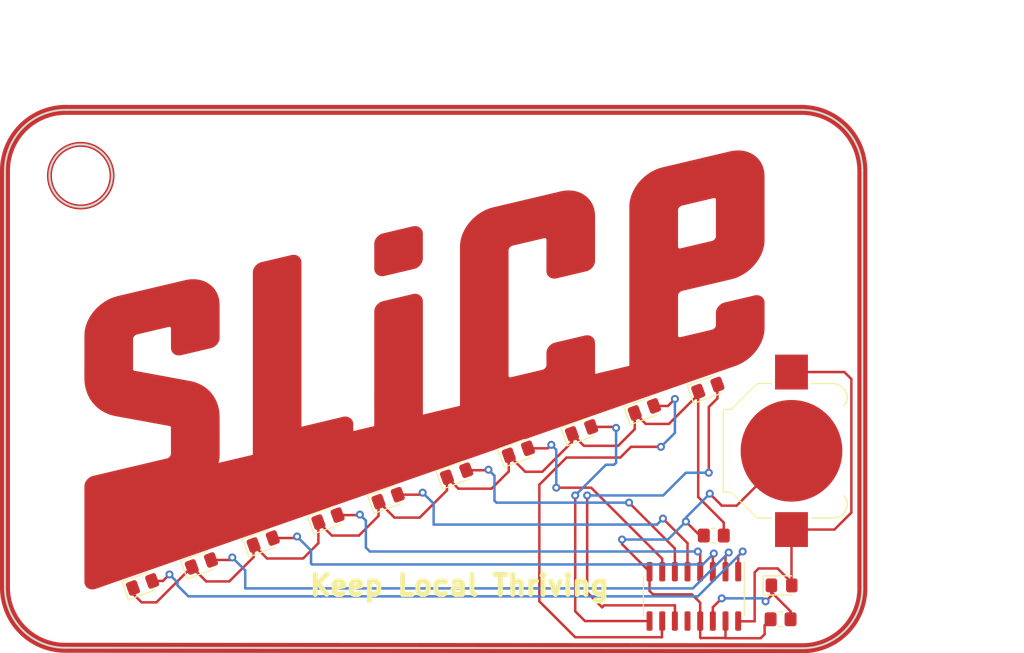
<source format=kicad_pcb>
(kicad_pcb (version 20211014) (generator pcbnew)
  (layers (0 "F.Cu" signal) (31 "B.Cu" signal) (34 "B.Paste" user) (35 "F.Paste" user) (36 "B.SilkS" user "B.Silkscreen") (37 "F.SilkS" user "F.Silkscreen") (38 "B.Mask" user) (39 "F.Mask" user) (44 "Edge.Cuts" user))
  (net 0 "")
  (net 1 "VCC")
  (net 2 "GND")
  (net 3 "LED_RGB")
  (net 4 "Net-(D10-Pad1)")
  (net 5 "LED1")
  (net 6 "LED2")
  (net 7 "LED3")
  (net 8 "LED4")
  (net 9 "LED5")
  (net 10 "LED6")
  (net 11 "LED7")
  (net 12 "LED9")
  (net 13 "LED10")
  (net 14 "LED11")
  (footprint "LED_SMD:LED_0805_2012Metric_Pad1.15x1.40mm_HandSolder" (layer "F.Cu") (at 97 125.2 20)
    (fp_text reference "D2" hide)
    (fp_text value "LED")
  )
  (footprint "Resistor_SMD:R_0805_2012Metric_Pad1.20x1.40mm_HandSolder" (layer "F.Cu") (at 161 128.7)
    (fp_text reference "R1" hide)
    (fp_text value "470")
  )
  (footprint "LED_SMD:LED_0805_2012Metric_Pad1.15x1.40mm_HandSolder" (layer "F.Cu") (at 153.7 105.5 20)
    (fp_text reference "D11" hide)
    (fp_text value "LED")
  )
  (footprint "LED_SMD:LED_0805_2012Metric_Pad1.15x1.40mm_HandSolder" (layer "F.Cu") (at 121.636815 116.550571 20)
    (fp_text reference "D6" hide)
    (fp_text value "LED")
  )
  (footprint "LED_SMD:LED_0805_2012Metric_Pad1.15x1.40mm_HandSolder" (layer "F.Cu") (at 141.036815 109.750571 20)
    (fp_text reference "D9" hide)
    (fp_text value "LED")
  )
  (footprint "Battery:BatteryHolder_Keystone_3000_1x12mm" (layer "F.Cu") (at 162.095 111.8 90)
    (fp_text reference "BT1" hide)
    (fp_text value "Battery_Cell")
  )
  (footprint "Package_SO:SOIC-16_3.9x9.9mm_P1.27mm" (layer "F.Cu") (at 152.3 126.4 -90)
    (fp_text reference "U1" hide)
    (fp_text value "4017")
  )
  (footprint "LED_SMD:LED_0805_2012Metric_Pad1.15x1.40mm_HandSolder" (layer "F.Cu") (at 115.6 118.6 20)
    (fp_text reference "D5" hide)
    (fp_text value "LED")
  )
  (footprint "LED_SMD:LED_0805_2012Metric_Pad1.15x1.40mm_HandSolder" (layer "F.Cu") (at 102.9 123.1 20)
    (fp_text reference "D3" hide)
    (fp_text value "LED")
  )
  (footprint "Resistor_SMD:R_0805_2012Metric_Pad1.20x1.40mm_HandSolder" (layer "F.Cu") (at 154.3 120.3)
    (fp_text reference "R2" hide)
    (fp_text value "470")
  )
  (footprint "LED_SMD:LED_0805_2012Metric_Pad1.15x1.40mm_HandSolder" (layer "F.Cu") (at 109.1 120.9 20)
    (fp_text reference "D4" hide)
    (fp_text value "LED")
  )
  (footprint "LED_SMD:LED_0805_2012Metric_Pad1.15x1.40mm_HandSolder" (layer "F.Cu") (at 128.5 114.1 20)
    (fp_text reference "D7" hide)
    (fp_text value "LED")
  )
  (footprint "LED_SMD:LED_0805_2012Metric_Pad1.15x1.40mm_HandSolder" (layer "F.Cu") (at 161.1 125.3)
    (fp_text reference "D1" hide)
    (fp_text value "LED")
  )
  (footprint "LED_SMD:LED_0805_2012Metric_Pad1.15x1.40mm_HandSolder" (layer "F.Cu") (at 147.336815 107.650571 20)
    (fp_text reference "D10" hide)
    (fp_text value "LED")
  )
  (footprint "LED_SMD:LED_0805_2012Metric_Pad1.15x1.40mm_HandSolder" (layer "F.Cu") (at 134.7 111.9 20)
    (fp_text reference "D8" hide)
    (fp_text value "LED")
  )
  (gr_poly (pts (xy 156.874106 81.919762) (xy 157.017821 81.92959) (xy 157.159056 81.946471) (xy 157.297596 81.970379) (xy 157.433227 82.001287) (xy 157.565735 82.039168) (xy 157.694906 82.083995) (xy 157.820526 82.135741) (xy 157.942381 82.19438) (xy 158.060255 82.259885) (xy 158.173936 82.332229) (xy 158.287717 82.414456) (xy 158.394829 82.502616) (xy 158.495179 82.596524) (xy 158.588674 82.695994) (xy 158.675223 82.800841) (xy 158.754732 82.91088) (xy 158.827108 83.025926) (xy 158.892259 83.145793) (xy 158.950092 83.270296) (xy 159.000515 83.399249) (xy 159.043435 83.532468) (xy 159.078759 83.669767) (xy 159.106395 83.81096) (xy 159.126249 83.955863) (xy 159.13823 84.10429) (xy 159.142244 84.256056) (xy 159.144441 90.639601) (xy 159.140345 90.793106) (xy 159.12819 90.946539) (xy 159.108175 91.099665) (xy 159.080499 91.25225) (xy 159.045361 91.404059) (xy 159.002959 91.554856) (xy 158.953493 91.704406) (xy 158.897161 91.852475) (xy 158.834163 91.998828) (xy 158.764696 92.143229) (xy 158.607157 92.425238) (xy 158.426133 92.696623) (xy 158.223217 92.955503) (xy 158 93.2) (xy 157.758073 93.428233) (xy 157.499027 93.638323) (xy 157.224455 93.828391) (xy 156.935946 93.996556) (xy 156.786963 94.071838) (xy 156.635092 94.14094) (xy 156.480534 94.203626) (xy 156.323486 94.259662) (xy 156.164147 94.308813) (xy 156.002717 94.350843) (xy 151.063249 95.517713) (xy 151.032406 95.526097) (xy 151.001961 95.535805) (xy 150.971951 95.546794) (xy 150.942414 95.559021) (xy 150.913389 95.572444) (xy 150.884913 95.587018) (xy 150.857026 95.602703) (xy 150.829765 95.619453) (xy 150.803168 95.637228) (xy 150.777273 95.655983) (xy 150.727745 95.696265) (xy 150.681484 95.739955) (xy 150.638796 95.786711) (xy 150.599987 95.836188) (xy 150.582132 95.861841) (xy 150.565362 95.888045) (xy 150.549714 95.914759) (xy 150.535226 95.941938) (xy 150.521937 95.969541) (xy 150.509885 95.997524) (xy 150.499107 96.025845) (xy 150.489643 96.05446) (xy 150.48153 96.083326) (xy 150.474807 96.112402) (xy 150.469511 96.141643) (xy 150.465681 96.171007) (xy 150.463355 96.200451) (xy 150.462571 96.229933) (xy 150.462571 100.231) (xy 150.463317 100.258968) (xy 150.465538 100.286303) (xy 150.469207 100.312969) (xy 150.4743 100.338929) (xy 150.480792 100.364146) (xy 150.488656 100.388583) (xy 150.497867 100.412206) (xy 150.5084 100.434976) (xy 150.52023 100.456857) (xy 150.53333 100.477813) (xy 150.547676 100.497807) (xy 150.563241 100.516803) (xy 150.580001 100.534764) (xy 150.59793 100.551654) (xy 150.617003 100.567436) (xy 150.637193 100.582074) (xy 150.65749 100.595157) (xy 150.678582 100.60695) (xy 150.700429 100.617454) (xy 150.722992 100.62667) (xy 150.746229 100.634597) (xy 150.770101 100.641237) (xy 150.794568 100.64659) (xy 150.81959 100.650655) (xy 150.845126 100.653433) (xy 150.871136 100.654925) (xy 150.89758 100.655131) (xy 150.924418 100.654052) (xy 150.95161 100.651687) (xy 150.979115 100.648037) (xy 151.006894 100.643102) (xy 151.034906 100.636884) (xy 154.1643 99.897229) (xy 154.195223 99.888845) (xy 154.225738 99.879137) (xy 154.255808 99.868149) (xy 154.285396 99.855921) (xy 154.314464 99.842499) (xy 154.342973 99.827924) (xy 154.370887 99.81224) (xy 154.398167 99.795489) (xy 154.424777 99.777715) (xy 154.450678 99.758959) (xy 154.500204 99.718678) (xy 154.546442 99.674988) (xy 154.589093 99.628232) (xy 154.627855 99.578754) (xy 154.645684 99.553102) (xy 154.662427 99.526897) (xy 154.678047 99.500184) (xy 154.692506 99.473004) (xy 154.705767 99.445401) (xy 154.717792 99.417418) (xy 154.728544 99.389098) (xy 154.737984 99.360483) (xy 154.746075 99.331616) (xy 154.75278 99.302541) (xy 154.75806 99.2733) (xy 154.761878 99.243936) (xy 154.764197 99.214491) (xy 154.764978 99.18501) (xy 154.763871 97.969464) (xy 154.764764 97.936029) (xy 154.767414 97.902612) (xy 154.771776 97.869265) (xy 154.777809 97.836039) (xy 154.785468 97.802985) (xy 154.79471 97.770154) (xy 154.805492 97.737598) (xy 154.817771 97.705367) (xy 154.831503 97.673512) (xy 154.846644 97.642084) (xy 154.880983 97.580715) (xy 154.92044 97.521669) (xy 154.96467 97.465353) (xy 155.013324 97.412176) (xy 155.066056 97.362547) (xy 155.122519 97.316875) (xy 155.182367 97.275567) (xy 155.245252 97.239032) (xy 155.277725 97.222683) (xy 155.310828 97.20768) (xy 155.344516 97.194074) (xy 155.378747 97.181917) (xy 155.413477 97.17126) (xy 155.448663 97.162153) (xy 158.430124 96.457228) (xy 158.464656 96.449499) (xy 158.498967 96.443481) (xy 158.533005 96.439158) (xy 158.566719 96.436515) (xy 158.600059 96.435538) (xy 158.632972 96.436211) (xy 158.665409 96.43852) (xy 158.697318 96.44245) (xy 158.728649 96.447985) (xy 158.759351 96.455111) (xy 158.789372 96.463813) (xy 158.818662 96.474076) (xy 158.84717 96.485885) (xy 158.874845 96.499225) (xy 158.901635 96.514082) (xy 158.927491 96.530439) (xy 158.953149 96.548922) (xy 158.977306 96.568717) (xy 158.999942 96.589782) (xy 159.021034 96.612075) (xy 159.040563 96.635554) (xy 159.058506 96.660178) (xy 159.074841 96.685904) (xy 159.089548 96.71269) (xy 159.102605 96.740495) (xy 159.113991 96.769277) (xy 159.123684 96.798993) (xy 159.131662 96.829602) (xy 159.137905 96.861062) (xy 159.142391 96.893331) (xy 159.145098 96.926366) (xy 159.146005 96.960127) (xy 159.145494 96.960798) (xy 159.145494 99.452466) (xy 159.141917 99.597747) (xy 159.13129 99.742907) (xy 159.113762 99.887754) (xy 159.089487 100.032095) (xy 159.058616 100.175737) (xy 159.0213 100.318487) (xy 158.977691 100.460152) (xy 158.927941 100.60054) (xy 158.810626 100.876711) (xy 158.670568 101.145459) (xy 158.508981 101.40524) (xy 158.327078 101.654511) (xy 158.126075 101.891732) (xy 157.907184 102.115357) (xy 157.67162 102.323846) (xy 157.420596 102.515656) (xy 157.155327 102.689243) (xy 156.877027 102.843066) (xy 156.586909 102.975582) (xy 156.437798 103.033368) (xy 156.286187 103.085248) (xy 92.211809 125.411052) (xy 92.201523 125.414718) (xy 92.191238 125.418235) (xy 92.170667 125.424983) (xy 92.150095 125.431617) (xy 92.129524 125.438456) (xy 92.108676 125.442104) (xy 92.087367 125.445493) (xy 92.065737 125.448552) (xy 92.043925 125.451213) (xy 92.022069 125.453404) (xy 92.00031 125.455056) (xy 91.978787 125.456099) (xy 91.957639 125.456462) (xy 91.935121 125.456037) (xy 91.912833 125.454777) (xy 91.890791 125.452705) (xy 91.869012 125.449844) (xy 91.847511 125.446217) (xy 91.826305 125.441846) (xy 91.80541 125.436754) (xy 91.784841 125.430964) (xy 91.764616 125.424499) (xy 91.744749 125.417382) (xy 91.725257 125.409635) (xy 91.706156 125.401281) (xy 91.687462 125.392344) (xy 91.669192 125.382845) (xy 91.651361 125.372807) (xy 91.633985 125.362254) (xy 91.608328 125.343595) (xy 91.584171 125.323648) (xy 91.561536 125.302453) (xy 91.540443 125.28005) (xy 91.520915 125.25648) (xy 91.502972 125.231782) (xy 91.486637 125.205996) (xy 91.47193 125.179164) (xy 91.458873 125.151324) (xy 91.447487 125.122518) (xy 91.437794 125.092784) (xy 91.429816 125.062164) (xy 91.423573 125.030698) (xy 91.419087 124.998425) (xy 91.41638 124.965386) (xy 91.415473 124.931621) (xy 91.415473 115.365458) (xy 91.416366 115.332023) (xy 91.419015 115.298606) (xy 91.423378 115.265258) (xy 91.429411 115.232031) (xy 91.43707 115.198975) (xy 91.446312 115.166142) (xy 91.457094 115.133582) (xy 91.469373 115.101346) (xy 91.483105 115.069485) (xy 91.498246 115.03805) (xy 91.532585 114.97666) (xy 91.572042 114.917585) (xy 91.616272 114.861232) (xy 91.664926 114.808007) (xy 91.717658 114.758317) (xy 91.774122 114.712571) (xy 91.833969 114.671174) (xy 91.896855 114.634535) (xy 91.929328 114.618126) (xy 91.962431 114.603059) (xy 91.996119 114.589386) (xy 92.03035 114.577156) (xy 92.065081 114.566421) (xy 92.100267 114.557231) (xy 99.500049 112.808057) (xy 99.530803 112.80047) (xy 99.561155 112.791469) (xy 99.591068 112.781102) (xy 99.620503 112.769415) (xy 99.649423 112.756456) (xy 99.677791 112.742273) (xy 99.705569 112.726914) (xy 99.732718 112.710425) (xy 99.759202 112.692854) (xy 99.784983 112.67425) (xy 99.810022 112.654658) (xy 99.834283 112.634128) (xy 99.857728 112.612706) (xy 99.880319 112.59044) (xy 99.922788 112.543565) (xy 99.96139 112.493884) (xy 99.979146 112.46811) (xy 99.995822 112.441776) (xy 100.01138 112.414932) (xy 100.025783 112.387623) (xy 100.038994 112.359898) (xy 100.050973 112.331804) (xy 100.061685 112.303388) (xy 100.07109 112.274699) (xy 100.079152 112.245783) (xy 100.085832 112.216688) (xy 100.091094 112.187461) (xy 100.094898 112.158151) (xy 100.097209 112.128805) (xy 100.097987 112.099469) (xy 100.094987 109.485181) (xy 100.093531 109.445727) (xy 100.089209 109.407652) (xy 100.085994 109.389159) (xy 100.08209 109.371046) (xy 100.077503 109.353324) (xy 100.072244 109.336003) (xy 100.066321 109.319097) (xy 100.059741 109.302615) (xy 100.052515 109.286571) (xy 100.044651 109.270975) (xy 100.036157 109.255839) (xy 100.027043 109.241175) (xy 100.017317 109.226994) (xy 100.006987 109.213307) (xy 99.996063 109.200127) (xy 99.984552 109.187464) (xy 99.972465 109.175331) (xy 99.959809 109.163739) (xy 99.946593 109.152699) (xy 99.932826 109.142223) (xy 99.918517 109.132323) (xy 99.903674 109.12301) (xy 99.888306 109.114295) (xy 99.872422 109.106191) (xy 99.85603 109.098708) (xy 99.839139 109.091859) (xy 99.821759 109.085655) (xy 99.803897 109.080107) (xy 99.785562 109.075227) (xy 99.766763 109.071027) (xy 94.3036 108.070355) (xy 94.140814 108.034534) (xy 93.981762 107.992629) (xy 93.826538 107.944758) (xy 93.675235 107.891038) (xy 93.527949 107.831585) (xy 93.384772 107.766516) (xy 93.245799 107.695947) (xy 93.111124 107.619994) (xy 92.980841 107.538775) (xy 92.855044 107.452406) (xy 92.733827 107.361003) (xy 92.617285 107.264684) (xy 92.50551 107.163565) (xy 92.398598 107.057761) (xy 92.296642 106.947391) (xy 92.199737 106.83257) (xy 92.107976 106.713415) (xy 92.021453 106.590043) (xy 91.940263 106.46257) (xy 91.8645 106.331113) (xy 91.794257 106.195789) (xy 91.729628 106.056713) (xy 91.670709 105.914003) (xy 91.617592 105.767776) (xy 91.570372 105.618147) (xy 91.529143 105.465233) (xy 91.493999 105.309151) (xy 91.465033 105.150018) (xy 91.442341 104.98795) (xy 91.426016 104.823064) (xy 91.416152 104.655476) (xy 91.412843 104.485303) (xy 91.415122 100.236585) (xy 91.419218 100.083072) (xy 91.431373 99.929631) (xy 91.451388 99.776498) (xy 91.479064 99.623908) (xy 91.514203 99.472094) (xy 91.556605 99.321292) (xy 91.606071 99.171737) (xy 91.662403 99.023663) (xy 91.725401 98.877306) (xy 91.794867 98.732899) (xy 91.952407 98.450878) (xy 92.133431 98.179479) (xy 92.336347 97.920579) (xy 92.559565 97.676059) (xy 92.801492 97.447795) (xy 93.060539 97.237666) (xy 93.335112 97.04755) (xy 93.623621 96.879327) (xy 93.772605 96.804012) (xy 93.924475 96.734874) (xy 94.079034 96.672149) (xy 94.236082 96.61607) (xy 94.395421 96.566874) (xy 94.556852 96.524794) (xy 101.307863 94.92909) (xy 101.462114 94.896165) (xy 101.615132 94.87042) (xy 101.766706 94.851832) (xy 101.916628 94.840379) (xy 102.064687 94.836037) (xy 102.210675 94.838782) (xy 102.354382 94.848592) (xy 102.495599 94.865442) (xy 102.634115 94.889311) (xy 102.769722 94.920173) (xy 102.90221 94.958007) (xy 103.03137 95.002789) (xy 103.156992 95.054495) (xy 103.278867 95.113103) (xy 103.396785 95.178588) (xy 103.510537 95.250929) (xy 103.624318 95.333162) (xy 103.73143 95.421337) (xy 103.83178 95.515268) (xy 103.925276 95.614767) (xy 104.011825 95.719646) (xy 104.091333 95.829717) (xy 104.16371 95.944794) (xy 104.228861 96.064688) (xy 104.286695 96.189211) (xy 104.337118 96.318177) (xy 104.380038 96.451398) (xy 104.415362 96.588686) (xy 104.442998 96.729853) (xy 104.462852 96.874713) (xy 104.474833 97.023076) (xy 104.478847 97.174757) (xy 104.480035 100.45271) (xy 104.479142 100.486065) (xy 104.476493 100.519412) (xy 104.472131 100.552699) (xy 104.4661 100.585875) (xy 104.458442 100.618888) (xy 104.449202 100.651686) (xy 104.438424 100.68422) (xy 104.42615 100.716436) (xy 104.412425 100.748285) (xy 104.397291 100.779713) (xy 104.362972 100.841106) (xy 104.323543 100.900203) (xy 104.279352 100.956593) (xy 104.230746 101.009866) (xy 104.178075 101.05961) (xy 104.121685 101.105414) (xy 104.061926 101.146866) (xy 103.999145 101.183555) (xy 103.966731 101.199986) (xy 103.933692 101.215072) (xy 103.900071 101.228761) (xy 103.865913 101.241003) (xy 103.83126 101.251745) (xy 103.796157 101.260938) (xy 100.814796 101.964948) (xy 100.780283 101.972676) (xy 100.746029 101.978695) (xy 100.712081 101.983018) (xy 100.678484 101.985661) (xy 100.645283 101.986638) (xy 100.612524 101.985964) (xy 100.580252 101.983655) (xy 100.548513 101.979726) (xy 100.517353 101.97419) (xy 100.486817 101.967064) (xy 100.456951 101.958362) (xy 100.427799 101.948099) (xy 100.399409 101.93629) (xy 100.371825 101.92295) (xy 100.345092 101.908094) (xy 100.319257 101.891736) (xy 100.293448 101.873253) (xy 100.269179 101.853457) (xy 100.257627 101.843079) (xy 100.246466 101.832387) (xy 100.235698 101.821388) (xy 100.225327 101.810086) (xy 100.205779 101.786592) (xy 100.187839 101.761948) (xy 100.171526 101.736192) (xy 100.156856 101.709367) (xy 100.143847 101.681512) (xy 100.132516 101.652667) (xy 100.122881 101.622875) (xy 100.114959 101.592174) (xy 100.108766 101.560606) (xy 100.104322 101.528211) (xy 100.101642 101.49503) (xy 100.100745 101.461102) (xy 100.100745 99.547132) (xy 100.1 99.519163) (xy 100.097781 99.491827) (xy 100.094116 99.465159) (xy 100.089031 99.439193) (xy 100.082554 99.413964) (xy 100.07471 99.389508) (xy 100.065527 99.365859) (xy 100.055031 99.343053) (xy 100.043249 99.321124) (xy 100.030209 99.300108) (xy 100.015936 99.28004) (xy 100.000458 99.260955) (xy 99.983801 99.242887) (xy 99.965992 99.225872) (xy 99.947058 99.209946) (xy 99.927026 99.195142) (xy 99.906597 99.182059) (xy 99.885447 99.170266) (xy 99.863604 99.159762) (xy 99.841095 99.150546) (xy 99.817949 99.142618) (xy 99.794193 99.135979) (xy 99.769857 99.130626) (xy 99.744968 99.126561) (xy 99.719554 99.123783) (xy 99.693642 99.122291) (xy 99.667263 99.122085) (xy 99.640442 99.123164) (xy 99.613209 99.125529) (xy 99.585592 99.129179) (xy 99.557618 99.134113) (xy 99.529315 99.140332) (xy 96.39993 99.879987) (xy 96.369085 99.888371) (xy 96.338632 99.898078) (xy 96.30861 99.909067) (xy 96.279056 99.921294) (xy 96.250011 99.934717) (xy 96.221511 99.949292) (xy 96.193596 99.964976) (xy 96.166304 99.981727) (xy 96.139674 99.999501) (xy 96.113743 100.018256) (xy 96.064137 100.058538) (xy 96.017794 100.102228) (xy 95.97502 100.148984) (xy 95.936126 100.198462) (xy 95.918229 100.224114) (xy 95.901418 100.250319) (xy 95.88573 100.277032) (xy 95.871204 100.304212) (xy 95.857879 100.331814) (xy 95.845794 100.359797) (xy 95.834986 100.388118) (xy 95.825494 100.416733) (xy 95.817356 100.4456) (xy 95.810612 100.474675) (xy 95.8053 100.503916) (xy 95.801457 100.53328) (xy 95.799124 100.562725) (xy 95.798337 100.592206) (xy 95.798337 103.595136) (xy 95.799794 103.634755) (xy 95.804116 103.672976) (xy 95.80733 103.691533) (xy 95.811235 103.709706) (xy 95.815821 103.727484) (xy 95.82108 103.744855) (xy 95.827004 103.761809) (xy 95.833583 103.778332) (xy 95.840809 103.794416) (xy 95.848673 103.810047) (xy 95.857167 103.825214) (xy 95.866281 103.839907) (xy 95.876008 103.854113) (xy 95.886338 103.867822) (xy 95.897262 103.881021) (xy 95.908772 103.893701) (xy 95.92086 103.905848) (xy 95.933516 103.917453) (xy 95.946732 103.928503) (xy 95.960498 103.938987) (xy 95.974808 103.948894) (xy 95.989651 103.958212) (xy 96.005019 103.966931) (xy 96.020903 103.975038) (xy 96.037294 103.982522) (xy 96.054185 103.989372) (xy 96.071566 103.995577) (xy 96.089428 104.001125) (xy 96.107763 104.006005) (xy 96.126561 104.010205) (xy 101.606002 105.021771) (xy 101.767757 105.050982) (xy 101.925807 105.086252) (xy 102.080058 105.127472) (xy 102.230418 105.174533) (xy 102.376791 105.227323) (xy 102.519085 105.285734) (xy 102.657205 105.349656) (xy 102.791058 105.418978) (xy 102.92055 105.493591) (xy 103.045586 105.573385) (xy 103.166074 105.65825) (xy 103.281919 105.748076) (xy 103.393028 105.842754) (xy 103.499306 105.942173) (xy 103.600661 106.046224) (xy 103.696997 106.154798) (xy 103.788222 106.267783) (xy 103.874241 106.38507) (xy 103.95496 106.50655) (xy 104.030287 106.632112) (xy 104.100127 106.761647) (xy 104.164385 106.895044) (xy 104.222969 107.032195) (xy 104.275785 107.172989) (xy 104.322738 107.317316) (xy 104.363736 107.465066) (xy 104.398683 107.61613) (xy 104.427487 107.770398) (xy 104.450053 107.92776) (xy 104.466288 108.088106) (xy 104.476098 108.251325) (xy 104.479389 108.41731) (xy 104.483989 112.155316) (xy 104.483025 112.229653) (xy 104.480134 112.30419) (xy 104.475317 112.378913) (xy 104.468576 112.453808) (xy 104.459911 112.528862) (xy 104.449325 112.604061) (xy 104.436818 112.679391) (xy 104.422392 112.754838) (xy 104.406048 112.830388) (xy 104.387787 112.906028) (xy 104.367612 112.981744) (xy 104.345522 113.057521) (xy 104.32152 113.133347) (xy 104.295606 113.209207) (xy 104.267782 113.285087) (xy 104.23805 113.360974) (xy 108.310411 112.398602) (xy 108.310411 93.922193) (xy 108.311301 93.888758) (xy 108.313943 93.855341) (xy 108.318293 93.821994) (xy 108.324309 93.788768) (xy 108.331947 93.755714) (xy 108.341165 93.722883) (xy 108.351919 93.690327) (xy 108.364167 93.658095) (xy 108.377866 93.62624) (xy 108.392971 93.594813) (xy 108.427233 93.533444) (xy 108.466608 93.474397) (xy 108.510752 93.418081) (xy 108.55932 93.364905) (xy 108.61197 93.315276) (xy 108.668357 93.269603) (xy 108.728135 93.228295) (xy 108.790962 93.191761) (xy 108.823411 93.175411) (xy 108.856493 93.160408) (xy 108.890165 93.146802) (xy 108.924384 93.134645) (xy 108.959107 93.123988) (xy 108.994291 93.114881) (xy 111.97556 92.409071) (xy 112.010235 92.401342) (xy 112.044628 92.395324) (xy 112.078695 92.391001) (xy 112.112389 92.388358) (xy 112.145665 92.387381) (xy 112.178478 92.388054) (xy 112.210781 92.390363) (xy 112.242531 92.394293) (xy 112.27368 92.399828) (xy 112.304183 92.406954) (xy 112.333996 92.415656) (xy 112.363072 92.42592) (xy 112.391365 92.437729) (xy 112.418831 92.451069) (xy 112.445424 92.465925) (xy 112.471097 92.482283) (xy 112.496754 92.500775) (xy 112.520912 92.520598) (xy 112.543547 92.541704) (xy 112.56464 92.564047) (xy 112.584169 92.587583) (xy 112.602112 92.612264) (xy 112.618447 92.638045) (xy 112.633154 92.664881) (xy 112.646211 92.692724) (xy 112.657597 92.72153) (xy 112.66729 92.751252) (xy 112.675268 92.781845) (xy 112.681511 92.813262) (xy 112.685997 92.845457) (xy 112.688704 92.878385) (xy 112.689611 92.912001) (xy 112.689611 109.701032) (xy 117.173219 108.631879) (xy 117.208055 108.62415) (xy 117.24259 108.618132) (xy 117.276779 108.613809) (xy 117.310578 108.611166) (xy 117.343942 108.610189) (xy 117.376829 108.610862) (xy 117.409193 108.613171) (xy 117.44099 108.617101) (xy 117.472177 108.622636) (xy 117.502708 108.629762) (xy 117.532541 108.638464) (xy 117.56163 108.648727) (xy 117.589932 108.660536) (xy 117.617402 108.673877) (xy 117.643997 108.688733) (xy 117.669671 108.70509) (xy 117.695318 108.723749) (xy 117.719446 108.743697) (xy 117.742037 108.764892) (xy 117.763071 108.787294) (xy 117.78253 108.810865) (xy 117.800396 108.835563) (xy 117.816649 108.861348) (xy 117.831271 108.888181) (xy 117.844242 108.91602) (xy 117.855545 108.944827) (xy 117.86516 108.97456) (xy 117.87307 109.00518) (xy 117.879254 109.036647) (xy 117.883694 109.06892) (xy 117.886372 109.101959) (xy 117.887269 109.135724) (xy 117.890668 110.133466) (xy 120.488309 109.519086) (xy 120.490045 97.835462) (xy 120.490935 97.802026) (xy 120.493577 97.768609) (xy 120.497928 97.735261) (xy 120.503945 97.702035) (xy 120.511585 97.668979) (xy 120.520805 97.636146) (xy 120.531563 97.603586) (xy 120.543816 97.57135) (xy 120.55752 97.539489) (xy 120.572633 97.508053) (xy 120.606915 97.446664) (xy 120.646318 97.387589) (xy 120.6905 97.331236) (xy 120.739118 97.278011) (xy 120.791828 97.228321) (xy 120.848288 97.182575) (xy 120.908156 97.141178) (xy 120.971087 97.104539) (xy 121.003595 97.08813) (xy 121.036741 97.073064) (xy 121.070481 97.05939) (xy 121.104773 97.04716) (xy 121.139573 97.036425) (xy 121.17484 97.027235) (xy 124.156202 96.32234) (xy 124.190566 96.314611) (xy 124.22471 96.308593) (xy 124.258582 96.30427) (xy 124.292134 96.301627) (xy 124.325315 96.30065) (xy 124.358078 96.301323) (xy 124.390371 96.303632) (xy 124.422146 96.307562) (xy 124.453353 96.313097) (xy 124.483942 96.320223) (xy 124.513865 96.328926) (xy 124.543071 96.339189) (xy 124.57151 96.350998) (xy 124.599135 96.364338) (xy 124.625894 96.379194) (xy 124.651738 96.395552) (xy 124.677396 96.414034) (xy 124.701553 96.433829) (xy 124.724189 96.454894) (xy 124.745281 96.477188) (xy 124.76481 96.500667) (xy 124.782753 96.525292) (xy 124.799088 96.551019) (xy 124.813795 96.577806) (xy 124.826852 96.605613) (xy 124.838238 96.634397) (xy 124.847931 96.664115) (xy 124.855909 96.694727) (xy 124.862152 96.726191) (xy 124.866638 96.758463) (xy 124.869345 96.791504) (xy 124.870252 96.82527) (xy 124.871988 108.481) (xy 129.089998 107.484326) (xy 129.089998 91.330152) (xy 129.094094 91.1766) (xy 129.106249 91.023123) (xy 129.126265 90.869954) (xy 129.153943 90.71733) (xy 129.189084 90.565485) (xy 129.231488 90.414654) (xy 129.280957 90.265072) (xy 129.337292 90.116973) (xy 129.400294 89.970593) (xy 129.469763 89.826167) (xy 129.627311 89.544113) (xy 129.808343 89.272691) (xy 130.011267 89.013781) (xy 130.234493 88.76926) (xy 130.476429 88.541008) (xy 130.735483 88.330904) (xy 131.010063 88.140826) (xy 131.298578 87.972654) (xy 131.447564 87.89737) (xy 131.599436 87.828267) (xy 131.753997 87.765579) (xy 131.911046 87.709543) (xy 132.070386 87.660392) (xy 132.231817 87.618361) (xy 138.972696 86.024611) (xy 139.126645 85.991685) (xy 139.279438 85.965942) (xy 139.430856 85.947359) (xy 139.58068 85.935914) (xy 139.728693 85.931585) (xy 139.874676 85.934351) (xy 140.01841 85.944189) (xy 140.159678 85.961077) (xy 140.29826 85.984994) (xy 140.43394 86.015917) (xy 140.566498 86.053825) (xy 140.695716 86.098696) (xy 140.821375 86.150507) (xy 140.943258 86.209237) (xy 141.061146 86.274863) (xy 141.174821 86.347365) (xy 141.288602 86.429593) (xy 141.395714 86.517755) (xy 141.496064 86.611665) (xy 141.589559 86.711139) (xy 141.676108 86.81599) (xy 141.755617 86.926033) (xy 141.827993 87.041082) (xy 141.893144 87.160952) (xy 141.950977 87.285457) (xy 142.0014 87.414412) (xy 142.04432 87.547631) (xy 142.079644 87.684929) (xy 142.10728 87.826119) (xy 142.127134 87.971017) (xy 142.139115 88.119437) (xy 142.143129 88.271193) (xy 142.139726 92.742811) (xy 142.138833 92.776247) (xy 142.136184 92.809664) (xy 142.131821 92.843012) (xy 142.125789 92.876239) (xy 142.118129 92.909294) (xy 142.108887 92.942127) (xy 142.098105 92.974688) (xy 142.085826 93.006924) (xy 142.072095 93.038785) (xy 142.056953 93.07022) (xy 142.022615 93.131609) (xy 141.983157 93.190684) (xy 141.938928 93.247038) (xy 141.890274 93.300263) (xy 141.837542 93.349952) (xy 141.781078 93.395699) (xy 141.721231 93.437096) (xy 141.658345 93.473735) (xy 141.625872 93.490144) (xy 141.59277 93.50521) (xy 141.559081 93.518884) (xy 141.52485 93.531114) (xy 141.49012 93.541849) (xy 141.454934 93.551039) (xy 138.473573 94.255964) (xy 138.439061 94.263693) (xy 138.404808 94.269711) (xy 138.37086 94.274034) (xy 138.337263 94.276677) (xy 138.304063 94.277654) (xy 138.271304 94.276981) (xy 138.239032 94.274672) (xy 138.207294 94.270742) (xy 138.176134 94.265207) (xy 138.145598 94.258081) (xy 138.115731 94.249379) (xy 138.08658 94.239116) (xy 138.058189 94.227307) (xy 138.030604 94.213966) (xy 138.003872 94.19911) (xy 137.978036 94.182753) (xy 137.952379 94.164225) (xy 137.928222 94.144376) (xy 137.905586 94.123252) (xy 137.884493 94.100898) (xy 137.864965 94.077358) (xy 137.847022 94.052677) (xy 137.830686 94.026901) (xy 137.815979 94.000074) (xy 137.802922 93.972242) (xy 137.791537 93.943449) (xy 137.781844 93.91374) (xy 137.773865 93.883161) (xy 137.767623 93.851755) (xy 137.763137 93.819569) (xy 137.76043 93.786647) (xy 137.759523 93.753035) (xy 137.765725 90.644422) (xy 137.76498 90.616464) (xy 137.762759 90.589157) (xy 137.75909 90.562532) (xy 137.753997 90.536623) (xy 137.747505 90.511461) (xy 137.739641 90.48708) (xy 137.73043 90.463512) (xy 137.719897 90.44079) (xy 137.708067 90.418946) (xy 137.694967 90.398012) (xy 137.680621 90.378021) (xy 137.665056 90.359005) (xy 137.648296 90.340998) (xy 137.630367 90.324031) (xy 137.611294 90.308137) (xy 137.591104 90.293348) (xy 137.570817 90.280255) (xy 137.549751 90.268431) (xy 137.527944 90.257882) (xy 137.505432 90.248611) (xy 137.48225 90.240622) (xy 137.458434 90.23392) (xy 137.434022 90.228508) (xy 137.409048 90.22439) (xy 137.383549 90.221571) (xy 137.357562 90.220054) (xy 137.331121 90.219845) (xy 137.304265 90.220946) (xy 137.277027 90.223362) (xy 137.249446 90.227096) (xy 137.221556 90.232154) (xy 137.193395 90.238539) (xy 134.064012 90.978193) (xy 134.03317 90.986577) (xy 134.002724 90.996285) (xy 133.972714 91.007274) (xy 133.943178 91.019501) (xy 133.914153 91.032923) (xy 133.885677 91.047498) (xy 133.85779 91.063182) (xy 133.830529 91.079933) (xy 133.803932 91.097708) (xy 133.778037 91.116463) (xy 133.728508 91.156745) (xy 133.682247 91.200435) (xy 133.639559 91.24719) (xy 133.600749 91.296668) (xy 133.582894 91.322321) (xy 133.566123 91.348525) (xy 133.550475 91.375239) (xy 133.535987 91.402418) (xy 133.522697 91.430021) (xy 133.510645 91.458004) (xy 133.499867 91.486324) (xy 133.490403 91.514939) (xy 133.48229 91.543806) (xy 133.475566 91.572881) (xy 133.47027 91.602123) (xy 133.46644 91.631487) (xy 133.464114 91.660931) (xy 133.463331 91.690412) (xy 133.463331 104.249555) (xy 133.464076 104.277513) (xy 133.466295 104.304822) (xy 133.46996 104.331451) (xy 133.475045 104.357369) (xy 133.481523 104.382544) (xy 133.489366 104.406945) (xy 133.49855 104.430541) (xy 133.509045 104.453301) (xy 133.520827 104.475194) (xy 133.533868 104.496189) (xy 133.54814 104.516254) (xy 133.563619 104.535358) (xy 133.580276 104.55347) (xy 133.598085 104.570559) (xy 133.617019 104.586595) (xy 133.637052 104.601544) (xy 133.657339 104.614627) (xy 133.678404 104.62642) (xy 133.700211 104.636924) (xy 133.722724 104.64614) (xy 133.745906 104.654068) (xy 133.769721 104.660707) (xy 133.794134 104.66606) (xy 133.819108 104.670125) (xy 133.844607 104.672903) (xy 133.870594 104.674396) (xy 133.897034 104.674602) (xy 133.923891 104.673522) (xy 133.951128 104.671157) (xy 133.97871 104.667507) (xy 134.006599 104.662573) (xy 134.034761 104.656354) (xy 137.164171 103.916699) (xy 137.195013 103.908316) (xy 137.225458 103.898608) (xy 137.255468 103.88762) (xy 137.285005 103.875393) (xy 137.31403 103.861973) (xy 137.342505 103.847401) (xy 137.370392 103.83172) (xy 137.397653 103.814974) (xy 137.42425 103.797205) (xy 137.450144 103.778457) (xy 137.499673 103.738196) (xy 137.545934 103.694534) (xy 137.588622 103.647817) (xy 137.627431 103.598387) (xy 137.645286 103.572763) (xy 137.662057 103.546591) (xy 137.677705 103.519913) (xy 137.692193 103.492772) (xy 137.705482 103.465212) (xy 137.717534 103.437275) (xy 137.728312 103.409005) (xy 137.737776 103.380444) (xy 137.745889 103.351636) (xy 137.752612 103.322624) (xy 137.757908 103.293451) (xy 137.761738 103.26416) (xy 137.764064 103.234794) (xy 137.764848 103.205396) (xy 137.758645 101.991864) (xy 137.759538 101.958428) (xy 137.762188 101.925011) (xy 137.76655 101.891664) (xy 137.772583 101.858437) (xy 137.780242 101.825381) (xy 137.789484 101.792548) (xy 137.800266 101.759988) (xy 137.812545 101.727752) (xy 137.826277 101.695891) (xy 137.841418 101.664455) (xy 137.875757 101.603066) (xy 137.915214 101.543991) (xy 137.959443 101.487637) (xy 138.008098 101.434412) (xy 138.06083 101.384723) (xy 138.117293 101.338976) (xy 138.177141 101.29758) (xy 138.240026 101.26094) (xy 138.272499 101.244532) (xy 138.305601 101.229465) (xy 138.33929 101.215792) (xy 138.373521 101.203562) (xy 138.408251 101.192826) (xy 138.443437 101.183637) (xy 141.424798 100.479627) (xy 141.459321 100.471898) (xy 141.493601 100.465879) (xy 141.527589 100.461556) (xy 141.561237 100.458914) (xy 141.594493 100.457937) (xy 141.627309 100.45861) (xy 141.659635 100.460919) (xy 141.691421 100.464848) (xy 141.722618 100.470384) (xy 141.753176 100.47751) (xy 141.783046 100.486212) (xy 141.812178 100.496475) (xy 141.840522 100.508284) (xy 141.86803 100.521624) (xy 141.894651 100.536481) (xy 141.920335 100.552838) (xy 141.945992 100.571497) (xy 141.970149 100.591444) (xy 141.992785 100.612639) (xy 142.013878 100.635042) (xy 142.033407 100.658613) (xy 142.051349 100.683311) (xy 142.067685 100.709096) (xy 142.082392 100.735928) (xy 142.095449 100.763768) (xy 142.106835 100.792575) (xy 142.116527 100.822308) (xy 142.124506 100.852928) (xy 142.130749 100.884395) (xy 142.135234 100.916668) (xy 142.137941 100.949707) (xy 142.138849 100.983472) (xy 142.141649 104.402326) (xy 146.078431 103.471692) (xy 146.078431 91.325575) (xy 150.462159 91.325575) (xy 150.462905 91.353533) (xy 150.465126 91.380841) (xy 150.468795 91.407466) (xy 150.473888 91.433375) (xy 150.48038 91.458536) (xy 150.488244 91.482917) (xy 150.497455 91.506485) (xy 150.507988 91.529207) (xy 150.519818 91.551052) (xy 150.532918 91.571986) (xy 150.547264 91.591976) (xy 150.562829 91.610992) (xy 150.579589 91.628999) (xy 150.597518 91.645966) (xy 150.616591 91.66186) (xy 150.636781 91.676649) (xy 150.636766 91.676588) (xy 150.657062 91.68967) (xy 150.678154 91.701464) (xy 150.700002 91.711968) (xy 150.722564 91.721184) (xy 150.745802 91.729111) (xy 150.769674 91.735751) (xy 150.794141 91.741103) (xy 150.819163 91.745169) (xy 150.844699 91.747947) (xy 150.870709 91.749439) (xy 150.897153 91.749645) (xy 150.923991 91.748566) (xy 150.951182 91.746201) (xy 150.978688 91.742551) (xy 151.006466 91.737616) (xy 151.034478 91.731398) (xy 154.163865 90.992659) (xy 154.194788 90.984272) (xy 154.225303 90.974557) (xy 154.255374 90.963556) (xy 154.284961 90.951313) (xy 154.314029 90.937872) (xy 154.342538 90.923275) (xy 154.370452 90.907567) (xy 154.397733 90.89079) (xy 154.424342 90.872988) (xy 154.450243 90.854204) (xy 154.499769 90.813866) (xy 154.546008 90.770121) (xy 154.588659 90.723318) (xy 154.62742 90.673803) (xy 154.645249 90.648138) (xy 154.661992 90.621924) (xy 154.677612 90.595207) (xy 154.692071 90.568028) (xy 154.705332 90.540432) (xy 154.717357 90.512462) (xy 154.728109 90.484161) (xy 154.737549 90.455572) (xy 154.74564 90.42674) (xy 154.752345 90.397708) (xy 154.757625 90.368518) (xy 154.761443 90.339214) (xy 154.763762 90.30984) (xy 154.764543 90.280439) (xy 154.764543 86.625807) (xy 154.763797 86.597849) (xy 154.761577 86.57054) (xy 154.757907 86.54391) (xy 154.752814 86.517993) (xy 154.746323 86.492818) (xy 154.738458 86.468417) (xy 154.729247 86.444821) (xy 154.718714 86.42206) (xy 154.706885 86.400168) (xy 154.693784 86.379173) (xy 154.679439 86.359108) (xy 154.663873 86.340004) (xy 154.647113 86.321892) (xy 154.629184 86.304802) (xy 154.610112 86.288767) (xy 154.589921 86.273817) (xy 154.576048 86.265447) (xy 154.56186 86.25752) (xy 154.547368 86.250051) (xy 154.532578 86.243053) (xy 154.517499 86.23654) (xy 154.502138 86.230523) (xy 154.486505 86.225017) (xy 154.470606 86.220034) (xy 154.45445 86.215588) (xy 154.438046 86.211692) (xy 154.4214 86.20836) (xy 154.404522 86.205604) (xy 154.387418 86.203437) (xy 154.370098 86.201873) (xy 154.35257 86.200925) (xy 154.33484 86.200606) (xy 154.317609 86.200888) (xy 154.300207 86.201733) (xy 154.282636 86.20314) (xy 154.264894 86.205111) (xy 154.246982 86.207644) (xy 154.228899 86.210738) (xy 154.210647 86.214394) (xy 154.192224 86.218611) (xy 151.062837 86.958266) (xy 151.031994 86.96665) (xy 151.001549 86.976357) (xy 150.971538 86.987346) (xy 150.942002 86.999573) (xy 150.912977 87.012996) (xy 150.884501 87.027571) (xy 150.856614 87.043255) (xy 150.829353 87.060006) (xy 150.802756 87.07778) (xy 150.776861 87.096536) (xy 150.727333 87.136817) (xy 150.681072 87.180507) (xy 150.638384 87.227263) (xy 150.599575 87.276741) (xy 150.58172 87.302393) (xy 150.56495 87.328598) (xy 150.549302 87.355311) (xy 150.534814 87.382491) (xy 150.521525 87.410093) (xy 150.509473 87.438076) (xy 150.498695 87.466397) (xy 150.489231 87.495012) (xy 150.481118 87.523879) (xy 150.474395 87.552954) (xy 150.469099 87.582195) (xy 150.465269 87.611559) (xy 150.462943 87.641004) (xy 150.462159 87.670485) (xy 150.462159 91.325575) (xy 146.078431 91.325575) (xy 146.078431 87.317885) (xy 146.082529 87.16434) (xy 146.094688 87.010871) (xy 146.11471 86.857714) (xy 146.142396 86.705103) (xy 146.177546 86.553273) (xy 146.21996 86.402457) (xy 146.269441 86.252892) (xy 146.325789 86.104811) (xy 146.388804 85.958449) (xy 146.458287 85.81404) (xy 146.61586 85.532024) (xy 146.796916 85.260637) (xy 146.999861 85.001757) (xy 147.2231 84.757262) (xy 147.465041 84.529028) (xy 147.724088 84.318931) (xy 147.99865 84.12885) (xy 148.287131 83.960661) (xy 148.436093 83.885362) (xy 148.587938 83.816241) (xy 148.742465 83.753531) (xy 148.899477 83.697467) (xy 149.058773 83.648283) (xy 149.220155 83.606215) (xy 155.971719 82.010421) (xy 156.12582 81.977364) (xy 156.278725 81.951522) (xy 156.43022 81.932868) (xy 156.580091 81.921374) (xy 156.728125 81.917015)) (layer "F.Cu") (width 0.5) (fill solid))
  (gr_poly (pts (arc (start 163.2 131.6) (mid 167.44264 129.84264) (end 169.2 125.6)) (arc (start 169.2 83.682306) (mid 167.441395 79.416557) (end 163.2 77.6)) (arc (start 89.4 77.6) (mid 85.030678 79.3442) (end 83.2 83.678)) (arc (start 83.2 125.6) (mid 84.999892 129.817593) (end 89.24264 131.55736))) (layer "F.Cu") (width 1) (fill none))
  (gr_poly (pts (xy 124.358533 89.507256) (xy 124.390798 89.509565) (xy 124.422536 89.513495) (xy 124.453694 89.51903) (xy 124.484223 89.526156) (xy 124.514072 89.534859) (xy 124.54319 89.545122) (xy 124.571525 89.556931) (xy 124.599027 89.570271) (xy 124.625646 89.585127) (xy 124.65133 89.601485) (xy 124.676988 89.620144) (xy 124.701145 89.640091) (xy 124.72378 89.661286) (xy 124.744873 89.683688) (xy 124.764402 89.707259) (xy 124.782345 89.731957) (xy 124.79868 89.757742) (xy 124.813387 89.784574) (xy 124.826444 89.812414) (xy 124.83783 89.841221) (xy 124.847523 89.870954) (xy 124.855501 89.901574) (xy 124.861744 89.933041) (xy 124.86623 89.965314) (xy 124.868937 89.998353) (xy 124.869844 90.032118) (xy 124.869844 92.50395) (xy 124.868951 92.537386) (xy 124.866302 92.570803) (xy 124.861939 92.60415) (xy 124.855906 92.637377) (xy 124.848247 92.670433) (xy 124.839005 92.703266) (xy 124.828223 92.735826) (xy 124.815944 92.768063) (xy 124.802213 92.799924) (xy 124.787071 92.831359) (xy 124.752732 92.892748) (xy 124.713275 92.951823) (xy 124.669046 93.008177) (xy 124.620392 93.061402) (xy 124.567659 93.111091) (xy 124.511196 93.156838) (xy 124.451348 93.198234) (xy 124.388463 93.234874) (xy 124.35599 93.251282) (xy 124.322888 93.266349) (xy 124.289199 93.280023) (xy 124.254968 93.292253) (xy 124.220238 93.302988) (xy 124.185052 93.312178) (xy 121.20424 94.017103) (xy 121.193882 94.020273) (xy 121.183391 94.023046) (xy 121.172785 94.025451) (xy 121.162082 94.027513) (xy 121.151298 94.029258) (xy 121.140451 94.030713) (xy 121.129559 94.031904) (xy 121.118638 94.032858) (xy 121.096784 94.034159) (xy 121.075026 94.034827) (xy 121.032361 94.035109) (xy 121.009843 94.034683) (xy 120.987555 94.033424) (xy 120.965514 94.031352) (xy 120.943735 94.028491) (xy 120.922234 94.024864) (xy 120.901028 94.020493) (xy 120.880132 94.015401) (xy 120.859564 94.009611) (xy 120.839338 94.003146) (xy 120.819471 93.996029) (xy 120.799979 93.988282) (xy 120.780878 93.979928) (xy 120.762184 93.97099) (xy 120.743914 93.961491) (xy 120.726083 93.951454) (xy 120.708707 93.940901) (xy 120.68305 93.922383) (xy 120.658893 93.902562) (xy 120.636257 93.881479) (xy 120.615164 93.859175) (xy 120.595636 93.83569) (xy 120.577693 93.811067) (xy 120.561357 93.785345) (xy 120.54665 93.758566) (xy 120.533593 93.73077) (xy 120.522208 93.701999) (xy 120.512515 93.672294) (xy 120.504536 93.641695) (xy 120.498294 93.610243) (xy 120.493808 93.57798) (xy 120.491101 93.544946) (xy 120.490194 93.511183) (xy 120.490552 93.5128) (xy 120.490552 91.04051) (xy 120.491442 91.007155) (xy 120.494084 90.973808) (xy 120.498435 90.940521) (xy 120.504452 90.907346) (xy 120.512092 90.874333) (xy 120.521313 90.841534) (xy 120.53207 90.809) (xy 120.544323 90.776784) (xy 120.558027 90.744936) (xy 120.573141 90.713507) (xy 120.607422 90.652114) (xy 120.646825 90.593017) (xy 120.691007 90.536627) (xy 120.739624 90.483354) (xy 120.792334 90.43361) (xy 120.848794 90.387807) (xy 120.908661 90.346354) (xy 120.971593 90.309665) (xy 121.0041 90.293234) (xy 121.037246 90.278149) (xy 121.070985 90.264459) (xy 121.105277 90.252218) (xy 121.140077 90.241475) (xy 121.175344 90.232283) (xy 124.156705 89.528273) (xy 124.19107 89.520544) (xy 124.225211 89.514526) (xy 124.259079 89.510203) (xy 124.292623 89.50756) (xy 124.325791 89.506583)) (layer "F.Cu") (width 0.5) (fill solid))
  (gr_circle (center 90.8 84.2) (end 93.940064 84.2) (layer "F.Cu") (width 0.5) (fill none))
  (gr_line (start 169.2 83.682306) (end 169.2 125.6) (layer "Edge.Cuts") (width 0.2))
  (gr_line (start 163.2 131.6) (end 89.24264 131.55736) (layer "Edge.Cuts") (width 0.2))
  (gr_arc (start 83.2 83.678) (mid 85.030678 79.3442) (end 89.4 77.6) (layer "Edge.Cuts") (width 0.2))
  (gr_line (start 89.4 77.6) (end 163.2 77.6) (layer "Edge.Cuts") (width 0.2))
  (gr_line (start 83.2 125.6) (end 83.2 83.678) (layer "Edge.Cuts") (width 0.2))
  (gr_arc (start 89.24264 131.55736) (mid 84.999892 129.817593) (end 83.2 125.6) (layer "Edge.Cuts") (width 0.2))
  (gr_circle (center 90.8 84.2) (end 93.940064 84.2) (layer "Edge.Cuts") (width 0.2) (fill none))
  (gr_arc (start 163.2 77.6) (mid 167.441395 79.416557) (end 169.2 83.682306) (layer "Edge.Cuts") (width 0.2))
  (gr_arc (start 169.2 125.6) (mid 167.44264 129.84264) (end 163.2 131.6) (layer "Edge.Cuts") (width 0.2))
  (gr_text "Keep Local Thriving" (at 128.8 125.3) (layer "F.SilkS") (effects (font (size 2 2) (thickness 0.5))))
  (segment (start 158.4 128.9) (end 156.77 128.9) (width 0.25) (layer "F.Cu") (net 1))
  (segment (start 168.1 118) (end 166.4 119.7) (width 0.25) (layer "F.Cu") (net 1))
  (segment (start 168.1 104.6) (end 168.1 118) (width 0.25) (layer "F.Cu") (net 1))
  (segment (start 162.095 103.9) (end 167.4 103.9) (width 0.25) (layer "F.Cu") (net 1))
  (segment (start 166.4 119.7) (end 162.095 119.7) (width 0.25) (layer "F.Cu") (net 1))
  (segment (start 158.4 124) (end 158.4 128.9) (width 0.25) (layer "F.Cu") (net 1))
  (segment (start 160.7 123.6) (end 158.8 123.6) (width 0.25) (layer "F.Cu") (net 1))
  (segment (start 162.125 125.3) (end 162.125 125.025) (width 0.25) (layer "F.Cu") (net 1))
  (segment (start 162.125 125.3) (end 162.095 125.27) (width 0.25) (layer "F.Cu") (net 1))
  (segment (start 162.095 125.27) (end 162.095 119.7) (width 0.25) (layer "F.Cu") (net 1))
  (segment (start 156.77 128.9) (end 156.745 128.875) (width 0.25) (layer "F.Cu") (net 1))
  (segment (start 158.8 123.6) (end 158.4 124) (width 0.25) (layer "F.Cu") (net 1))
  (segment (start 162.125 125.025) (end 160.7 123.6) (width 0.25) (layer "F.Cu") (net 1))
  (segment (start 167.4 103.9) (end 168.1 104.6) (width 0.25) (layer "F.Cu") (net 1))
  (segment (start 155.5 130.6) (end 155.475 130.575) (width 0.25) (layer "F.Cu") (net 2))
  (segment (start 155.475 130.575) (end 155.475 128.875) (width 0.25) (layer "F.Cu") (net 2))
  (segment (start 145.1 121.17) (end 147.855 123.925) (width 0.25) (layer "F.Cu") (net 2))
  (segment (start 155.1 117.3) (end 153.9 116.1) (width 0.25) (layer "F.Cu") (net 2))
  (segment (start 152.935 130.535) (end 152.935 128.875) (width 0.25) (layer "F.Cu") (net 2))
  (segment (start 162.095 111.8) (end 156.595 117.3) (width 0.25) (layer "F.Cu") (net 2))
  (segment (start 152.935 127.035) (end 152.1 126.2) (width 0.25) (layer "F.Cu") (net 2))
  (segment (start 145.1 120.7) (end 145.1 121.17) (width 0.25) (layer "F.Cu") (net 2))
  (segment (start 153.3 120.3) (end 152.9 120.3) (width 0.25) (layer "F.Cu") (net 2))
  (segment (start 159 130.6) (end 155.5 130.6) (width 0.25) (layer "F.Cu") (net 2))
  (segment (start 152.935 128.875) (end 152.935 127.035) (width 0.25) (layer "F.Cu") (net 2))
  (segment (start 152.9 120.3) (end 151.5 118.9) (width 0.25) (layer "F.Cu") (net 2))
  (segment (start 159.4 129.3) (end 159.4 130.2) (width 0.25) (layer "F.Cu") (net 2))
  (segment (start 153 130.6) (end 152.935 130.535) (width 0.25) (layer "F.Cu") (net 2))
  (segment (start 153.025 130.575) (end 153 130.6) (width 0.25) (layer "F.Cu") (net 2))
  (segment (start 155.475 130.575) (end 153.025 130.575) (width 0.25) (layer "F.Cu") (net 2))
  (segment (start 156.595 117.3) (end 155.1 117.3) (width 0.25) (layer "F.Cu") (net 2))
  (segment (start 159.4 130.2) (end 159 130.6) (width 0.25) (layer "F.Cu") (net 2))
  (segment (start 160 128.7) (end 159.4 129.3) (width 0.25) (layer "F.Cu") (net 2))
  (segment (start 147.855 125.855) (end 147.855 123.925) (width 0.25) (layer "F.Cu") (net 2))
  (segment (start 152.1 126.2) (end 148.2 126.2) (width 0.25) (layer "F.Cu") (net 2))
  (segment (start 148.2 126.2) (end 147.855 125.855) (width 0.25) (layer "F.Cu") (net 2))
  (via (at 153.9 116.1) (size 0.8) (drill 0.4) (layers "F.Cu" "B.Cu") (net 2))
  (via (at 151.5 118.9) (size 0.8) (drill 0.4) (layers "F.Cu" "B.Cu") (net 2))
  (via (at 145.1 120.7) (size 0.8) (drill 0.4) (layers "F.Cu" "B.Cu") (net 2))
  (segment (start 151.5 118.5) (end 151.5 118.9) (width 0.25) (layer "B.Cu") (net 2))
  (segment (start 151.5 118.9) (end 149.7 120.7) (width 0.25) (layer "B.Cu") (net 2))
  (segment (start 149.7 120.7) (end 145.1 120.7) (width 0.25) (layer "B.Cu") (net 2))
  (segment (start 153.9 116.1) (end 151.5 118.5) (width 0.25) (layer "B.Cu") (net 2))
  (segment (start 162 128.7) (end 162 127.9) (width 0.25) (layer "F.Cu") (net 3))
  (segment (start 160.075 126.325) (end 159.5 126.9) (width 0.25) (layer "F.Cu") (net 3))
  (segment (start 154.205 127.495) (end 154.205 128.875) (width 0.25) (layer "F.Cu") (net 3))
  (segment (start 160.075 125.3) (end 160.075 126.325) (width 0.25) (layer "F.Cu") (net 3))
  (segment (start 162 127.9) (end 160.075 125.975) (width 0.25) (layer "F.Cu") (net 3))
  (segment (start 155.1 126.6) (end 154.205 127.495) (width 0.25) (layer "F.Cu") (net 3))
  (segment (start 160.075 125.975) (end 160.075 125.3) (width 0.25) (layer "F.Cu") (net 3))
  (via (at 159.5 126.9) (size 0.8) (drill 0.4) (layers "F.Cu" "B.Cu") (net 3))
  (via (at 155.1 126.6) (size 0.8) (drill 0.4) (layers "F.Cu" "B.Cu") (net 3))
  (segment (start 159.2 126.6) (end 155.1 126.6) (width 0.25) (layer "B.Cu") (net 3))
  (segment (start 159.5 126.9) (end 159.2 126.6) (width 0.25) (layer "B.Cu") (net 3))
  (segment (start 120.67363 116.901142) (end 120.67363 118.32637) (width 0.25) (layer "F.Cu") (net 4))
  (segment (start 133.736815 113.863185) (end 132 115.6) (width 0.25) (layer "F.Cu") (net 4))
  (segment (start 127.536815 114.450571) (end 127.536815 115.763185) (width 0.25) (layer "F.Cu") (net 4))
  (segment (start 96.036815 125.550571) (end 96.036815 126.136815) (width 0.25) (layer "F.Cu") (net 4))
  (segment (start 141.272488 111.3) (end 140.07363 110.101142) (width 0.25) (layer "F.Cu") (net 4))
  (segment (start 135.386244 113.9) (end 133.736815 112.250571) (width 0.25) (layer "F.Cu") (net 4))
  (segment (start 144.7 111.3) (end 141.272488 111.3) (width 0.25) (layer "F.Cu") (net 4))
  (segment (start 108.136815 121.250571) (end 108.136815 122.463185) (width 0.25) (layer "F.Cu") (net 4))
  (segment (start 146.37363 109.62637) (end 144.7 111.3) (width 0.25) (layer "F.Cu") (net 4))
  (segment (start 133.736815 112.250571) (end 133.736815 113.863185) (width 0.25) (layer "F.Cu") (net 4))
  (segment (start 137.1 113.9) (end 135.386244 113.9) (width 0.25) (layer "F.Cu") (net 4))
  (segment (start 124.8 118.5) (end 122.272488 118.5) (width 0.25) (layer "F.Cu") (net 4))
  (segment (start 132 115.6) (end 128.686244 115.6) (width 0.25) (layer "F.Cu") (net 4))
  (segment (start 146.37363 108.001142) (end 146.37363 109.62637) (width 0.25) (layer "F.Cu") (net 4))
  (segment (start 115.986244 120.3) (end 114.636815 118.950571) (width 0.25) (layer "F.Cu") (net 4))
  (segment (start 109.486244 122.6) (end 108.136815 121.250571) (width 0.25) (layer "F.Cu") (net 4))
  (segment (start 114.636815 121.063185) (end 113.1 122.6) (width 0.25) (layer "F.Cu") (net 4))
  (segment (start 152.736815 116.436815) (end 152.736815 105.850571) (width 0.25) (layer "F.Cu") (net 4))
  (segment (start 152.736815 105.850571) (end 152.736815 106.163185) (width 0.25) (layer "F.Cu") (net 4))
  (segment (start 140.07363 110.101142) (end 140.07363 110.92637) (width 0.25) (layer "F.Cu") (net 4))
  (segment (start 98.387386 127) (end 101.936815 123.450571) (width 0.25) (layer "F.Cu") (net 4))
  (segment (start 140.07363 110.92637) (end 137.1 113.9) (width 0.25) (layer "F.Cu") (net 4))
  (segment (start 149.8 109.1) (end 147.472488 109.1) (width 0.25) (layer "F.Cu") (net 4))
  (segment (start 118.7 120.3) (end 115.986244 120.3) (width 0.25) (layer "F.Cu") (net 4))
  (segment (start 120.67363 118.32637) (end 118.7 120.3) (width 0.25) (layer "F.Cu") (net 4))
  (segment (start 96.9 127) (end 98.387386 127) (width 0.25) (layer "F.Cu") (net 4))
  (segment (start 114.636815 118.950571) (end 114.636815 121.063185) (width 0.25) (layer "F.Cu") (net 4))
  (segment (start 103.386244 124.9) (end 101.936815 123.450571) (width 0.25) (layer "F.Cu") (net 4))
  (segment (start 128.686244 115.6) (end 127.536815 114.450571) (width 0.25) (layer "F.Cu") (net 4))
  (segment (start 147.472488 109.1) (end 146.37363 108.001142) (width 0.25) (layer "F.Cu") (net 4))
  (segment (start 155.3 119) (end 152.736815 116.436815) (width 0.25) (layer "F.Cu") (net 4))
  (segment (start 155.3 120.3) (end 155.3 119) (width 0.25) (layer "F.Cu") (net 4))
  (segment (start 152.736815 106.163185) (end 149.8 109.1) (width 0.25) (layer "F.Cu") (net 4))
  (segment (start 105.7 124.9) (end 103.386244 124.9) (width 0.25) (layer "F.Cu") (net 4))
  (segment (start 108.136815 122.463185) (end 105.7 124.9) (width 0.25) (layer "F.Cu") (net 4))
  (segment (start 122.272488 118.5) (end 120.67363 116.901142) (width 0.25) (layer "F.Cu") (net 4))
  (segment (start 127.536815 115.763185) (end 124.8 118.5) (width 0.25) (layer "F.Cu") (net 4))
  (segment (start 96.036815 126.136815) (end 96.9 127) (width 0.25) (layer "F.Cu") (net 4))
  (segment (start 113.1 122.6) (end 109.486244 122.6) (width 0.25) (layer "F.Cu") (net 4))
  (segment (start 97.963185 124.849429) (end 99.050571 124.849429) (width 0.25) (layer "F.Cu") (net 5))
  (segment (start 156.745 122.355) (end 157.2 121.9) (width 0.25) (layer "F.Cu") (net 5))
  (segment (start 156.745 123.925) (end 156.745 122.355) (width 0.25) (layer "F.Cu") (net 5))
  (segment (start 99.050571 124.849429) (end 99.7 124.2) (width 0.25) (layer "F.Cu") (net 5))
  (via (at 99.7 124.2) (size 0.8) (drill 0.4) (layers "F.Cu" "B.Cu") (net 5))
  (via (at 157.2 121.9) (size 0.8) (drill 0.4) (layers "F.Cu" "B.Cu") (net 5))
  (segment (start 157.2 121.9) (end 152.7 126.4) (width 0.25) (layer "B.Cu") (net 5))
  (segment (start 100.5 125.3) (end 101.6 126.4) (width 0.25) (layer "B.Cu") (net 5))
  (segment (start 100.5 125) (end 100.5 125.3) (width 0.25) (layer "B.Cu") (net 5))
  (segment (start 152.7 126.4) (end 101.6 126.4) (width 0.25) (layer "B.Cu") (net 5))
  (segment (start 99.7 124.2) (end 100.5 125) (width 0.25) (layer "B.Cu") (net 5))
  (segment (start 155.475 122.325) (end 155.8 122) (width 0.25) (layer "F.Cu") (net 6))
  (segment (start 103.863185 122.749429) (end 105.750571 122.749429) (width 0.25) (layer "F.Cu") (net 6))
  (segment (start 155.475 123.925) (end 155.475 122.325) (width 0.25) (layer "F.Cu") (net 6))
  (segment (start 105.750571 122.749429) (end 106 122.5) (width 0.25) (layer "F.Cu") (net 6))
  (via (at 155.8 122) (size 0.8) (drill 0.4) (layers "F.Cu" "B.Cu") (net 6))
  (via (at 106 122.5) (size 0.8) (drill 0.4) (layers "F.Cu" "B.Cu") (net 6))
  (segment (start 152.2 125.6) (end 107.3 125.6) (width 0.25) (layer "B.Cu") (net 6))
  (segment (start 155.8 122) (end 152.2 125.6) (width 0.25) (layer "B.Cu") (net 6))
  (segment (start 106 122.5) (end 107.3 123.8) (width 0.25) (layer "B.Cu") (net 6))
  (segment (start 107.3 123.8) (end 107.3 125.6) (width 0.25) (layer "B.Cu") (net 6))
  (segment (start 110.063185 120.549429) (end 112.350571 120.549429) (width 0.25) (layer "F.Cu") (net 7))
  (segment (start 112.350571 120.549429) (end 112.5 120.4) (width 0.25) (layer "F.Cu") (net 7))
  (segment (start 154.205 123.925) (end 154.205 122.195) (width 0.25) (layer "F.Cu") (net 7))
  (segment (start 154.205 122.195) (end 154.3 122.1) (width 0.25) (layer "F.Cu") (net 7))
  (via (at 154.3 122.1) (size 0.8) (drill 0.4) (layers "F.Cu" "B.Cu") (net 7))
  (via (at 112.5 120.4) (size 0.8) (drill 0.4) (layers "F.Cu" "B.Cu") (net 7))
  (segment (start 153.2 123.2) (end 154.3 122.1) (width 0.25) (layer "B.Cu") (net 7))
  (segment (start 113.9 123.1) (end 114 123.2) (width 0.25) (layer "B.Cu") (net 7))
  (segment (start 112.5 120.4) (end 113.9 121.8) (width 0.25) (layer "B.Cu") (net 7))
  (segment (start 113.9 121.8) (end 113.9 123.1) (width 0.25) (layer "B.Cu") (net 7))
  (segment (start 114 123.2) (end 153.2 123.2) (width 0.25) (layer "B.Cu") (net 7))
  (segment (start 152.935 122.135) (end 152.7 121.9) (width 0.25) (layer "F.Cu") (net 8))
  (segment (start 116.563185 118.249429) (end 118.750571 118.249429) (width 0.25) (layer "F.Cu") (net 8))
  (segment (start 118.750571 118.249429) (end 118.8 118.2) (width 0.25) (layer "F.Cu") (net 8))
  (segment (start 152.935 123.925) (end 152.935 122.135) (width 0.25) (layer "F.Cu") (net 8))
  (via (at 118.8 118.2) (size 0.8) (drill 0.4) (layers "F.Cu" "B.Cu") (net 8))
  (via (at 152.7 121.9) (size 0.8) (drill 0.4) (layers "F.Cu" "B.Cu") (net 8))
  (segment (start 119.4 118.8) (end 119.4 121.5) (width 0.25) (layer "B.Cu") (net 8))
  (segment (start 152.7 121.9) (end 119.8 121.9) (width 0.25) (layer "B.Cu") (net 8))
  (segment (start 118.8 118.2) (end 119.4 118.8) (width 0.25) (layer "B.Cu") (net 8))
  (segment (start 119.8 121.9) (end 119.4 121.5) (width 0.25) (layer "B.Cu") (net 8))
  (segment (start 151.665 121.065) (end 149.2 118.6) (width 0.25) (layer "F.Cu") (net 9))
  (segment (start 122.6 116.2) (end 124.9 116.2) (width 0.25) (layer "F.Cu") (net 9))
  (segment (start 151.665 123.925) (end 151.665 121.065) (width 0.25) (layer "F.Cu") (net 9))
  (segment (start 124.9 116.2) (end 125.1 116) (width 0.25) (layer "F.Cu") (net 9))
  (via (at 149.2 118.6) (size 0.8) (drill 0.4) (layers "F.Cu" "B.Cu") (net 9))
  (via (at 125.1 116) (size 0.8) (drill 0.4) (layers "F.Cu" "B.Cu") (net 9))
  (segment (start 149.2 118.6) (end 148.6 119.2) (width 0.25) (layer "B.Cu") (net 9))
  (segment (start 126.2 117.1) (end 126.2 119.2) (width 0.25) (layer "B.Cu") (net 9))
  (segment (start 125.1 116) (end 126.2 117.1) (width 0.25) (layer "B.Cu") (net 9))
  (segment (start 148.6 119.2) (end 126.2 119.2) (width 0.25) (layer "B.Cu") (net 9))
  (segment (start 150.395 123.925) (end 150.395 121.595) (width 0.25) (layer "F.Cu") (net 10))
  (segment (start 129.463185 113.749429) (end 131.650571 113.749429) (width 0.25) (layer "F.Cu") (net 10))
  (segment (start 150.395 121.595) (end 145.8 117) (width 0.25) (layer "F.Cu") (net 10))
  (segment (start 131.650571 113.749429) (end 131.7 113.7) (width 0.25) (layer "F.Cu") (net 10))
  (via (at 131.7 113.7) (size 0.8) (drill 0.4) (layers "F.Cu" "B.Cu") (net 10))
  (via (at 145.8 117) (size 0.8) (drill 0.4) (layers "F.Cu" "B.Cu") (net 10))
  (segment (start 132.5 117) (end 145.8 117) (width 0.25) (layer "B.Cu") (net 10))
  (segment (start 132.3 114.3) (end 132.3 116.8) (width 0.25) (layer "B.Cu") (net 10))
  (segment (start 131.7 113.7) (end 132.3 114.3) (width 0.25) (layer "B.Cu") (net 10))
  (segment (start 132.3 116.8) (end 132.5 117) (width 0.25) (layer "B.Cu") (net 10))
  (segment (start 137.650571 111.549429) (end 138 111.2) (width 0.25) (layer "F.Cu") (net 11))
  (segment (start 149.125 122.625) (end 142 115.5) (width 0.25) (layer "F.Cu") (net 11))
  (segment (start 135.663185 111.549429) (end 137.650571 111.549429) (width 0.25) (layer "F.Cu") (net 11))
  (segment (start 149.125 123.925) (end 149.125 122.625) (width 0.25) (layer "F.Cu") (net 11))
  (segment (start 142 115.5) (end 138.5 115.5) (width 0.25) (layer "F.Cu") (net 11))
  (via (at 138 111.2) (size 0.8) (drill 0.4) (layers "F.Cu" "B.Cu") (net 11))
  (via (at 138.5 115.5) (size 0.8) (drill 0.4) (layers "F.Cu" "B.Cu") (net 11))
  (segment (start 138.5 111.7) (end 138.5 115.5) (width 0.25) (layer "B.Cu") (net 11))
  (segment (start 138 111.2) (end 138.5 111.7) (width 0.25) (layer "B.Cu") (net 11))
  (segment (start 142 109.4) (end 144.4 109.4) (width 0.25) (layer "F.Cu") (net 12))
  (segment (start 144.4 109.4) (end 144.5 109.5) (width 0.25) (layer "F.Cu") (net 12))
  (segment (start 140.5 128) (end 140.4 127.9) (width 0.25) (layer "F.Cu") (net 12))
  (segment (start 147.855 128.875) (end 141.375 128.875) (width 0.25) (layer "F.Cu") (net 12))
  (segment (start 140.4 127.9) (end 140.4 116.2755) (width 0.25) (layer "F.Cu") (net 12))
  (segment (start 141.375 128.875) (end 140.5 128) (width 0.25) (layer "F.Cu") (net 12))
  (via (at 140.4 116.2755) (size 0.8) (drill 0.4) (layers "F.Cu" "B.Cu") (net 12))
  (via (at 144.5 109.5) (size 0.8) (drill 0.4) (layers "F.Cu" "B.Cu") (net 12))
  (segment (start 144.5 113) (end 144.3 113.2) (width 0.25) (layer "B.Cu") (net 12))
  (segment (start 144.5 109.5) (end 144.5 113) (width 0.25) (layer "B.Cu") (net 12))
  (segment (start 143.4755 113.2) (end 144.3 113.2) (width 0.25) (layer "B.Cu") (net 12))
  (segment (start 140.4 116.2755) (end 143.4755 113.2) (width 0.25) (layer "B.Cu") (net 12))
  (segment (start 149.125 128.875) (end 149.1 128.9) (width 0.25) (layer "F.Cu") (net 13))
  (segment (start 148.3 107.3) (end 149.7 107.3) (width 0.25) (layer "F.Cu") (net 13))
  (segment (start 139.525 112.475) (end 144.925 112.475) (width 0.25) (layer "F.Cu") (net 13))
  (segment (start 140.4 130.5) (end 136.8 126.9) (width 0.25) (layer "F.Cu") (net 13))
  (segment (start 149.1 128.9) (end 149.1 130.5) (width 0.25) (layer "F.Cu") (net 13))
  (segment (start 149.7 107.3) (end 150.4 106.6) (width 0.25) (layer "F.Cu") (net 13))
  (segment (start 146 111.4) (end 149 111.4) (width 0.25) (layer "F.Cu") (net 13))
  (segment (start 136.8 115.2) (end 139.525 112.475) (width 0.25) (layer "F.Cu") (net 13))
  (segment (start 144.925 112.475) (end 146 111.4) (width 0.25) (layer "F.Cu") (net 13))
  (segment (start 149.1 130.5) (end 140.4 130.5) (width 0.25) (layer "F.Cu") (net 13))
  (segment (start 136.8 126.9) (end 136.8 115.2) (width 0.25) (layer "F.Cu") (net 13))
  (via (at 150.4 106.6) (size 0.8) (drill 0.4) (layers "F.Cu" "B.Cu") (net 13))
  (via (at 149 111.4) (size 0.8) (drill 0.4) (layers "F.Cu" "B.Cu") (net 13))
  (segment (start 150.4 106.6) (end 150.4 110) (width 0.25) (layer "B.Cu") (net 13))
  (segment (start 150.4 110) (end 149 111.4) (width 0.25) (layer "B.Cu") (net 13))
  (segment (start 154.663185 106.536815) (end 154.1 107.1) (width 0.25) (layer "F.Cu") (net 14))
  (segment (start 154.663185 105.149429) (end 154.663185 106.536815) (width 0.25) (layer "F.Cu") (net 14))
  (segment (start 150.395 128.875) (end 150.395 128.498249) (width 0.25) (layer "F.Cu") (net 14))
  (segment (start 150.395 128.498249) (end 150.4 128.493249) (width 0.25) (layer "F.Cu") (net 14))
  (segment (start 153.8 112.6) (end 153.8 114) (width 0.25) (layer "F.Cu") (net 14))
  (segment (start 143.3 127.3) (end 143.1 127.5) (width 0.25) (layer "F.Cu") (net 14))
  (segment (start 150.4 128.493249) (end 150.4 127.3) (width 0.25) (layer "F.Cu") (net 14))
  (segment (start 154.1 107.1) (end 153.8 107.4) (width 0.25) (layer "F.Cu") (net 14))
  (segment (start 150.4 127.3) (end 143.3 127.3) (width 0.25) (layer "F.Cu") (net 14))
  (segment (start 153.8 107.4) (end 153.8 112.6) (width 0.25) (layer "F.Cu") (net 14))
  (segment (start 143.1 127.5) (end 141.6 126) (width 0.25) (layer "F.Cu") (net 14))
  (segment (start 141.6 126) (end 141.6 116.2755) (width 0.25) (layer "F.Cu") (net 14))
  (via (at 153.8 114) (size 0.8) (drill 0.4) (layers "F.Cu" "B.Cu") (net 14))
  (via (at 141.6 116.2755) (size 0.8) (drill 0.4) (layers "F.Cu" "B.Cu") (net 14))
  (segment (start 153.8 114) (end 151.5 114) (width 0.25) (layer "B.Cu") (net 14))
  (segment (start 151.5 114) (end 151.3 114.2) (width 0.25) (layer "B.Cu") (net 14))
  (segment (start 149.2245 116.2755) (end 151.3 114.2) (width 0.25) (layer "B.Cu") (net 14))
  (segment (start 141.6 116.2755) (end 149.2245 116.2755) (width 0.25) (layer "B.Cu") (net 14))
)
</source>
